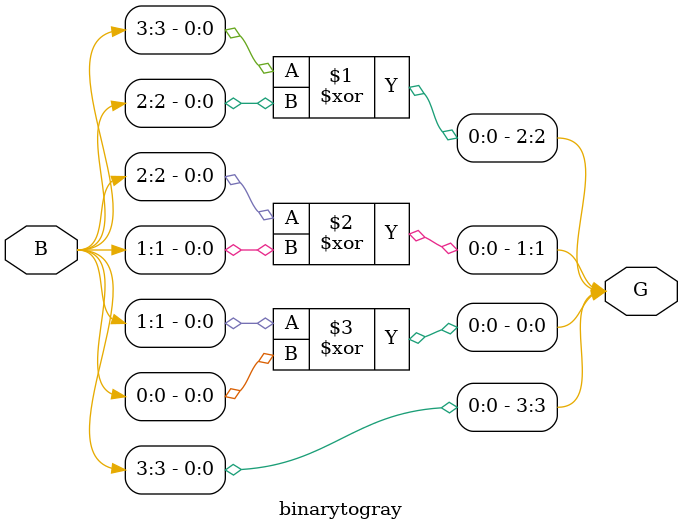
<source format=v>
`timescale 1ns / 1ps
module binarytogray(B,G);
input[3:0] B;
output[3:0] G;

assign G[3] = B[3];
xor(G[2],B[3],B[2]);
xor(G[1],B[2],B[1]);
xor(G[0],B[1],B[0]);
endmodule

</source>
